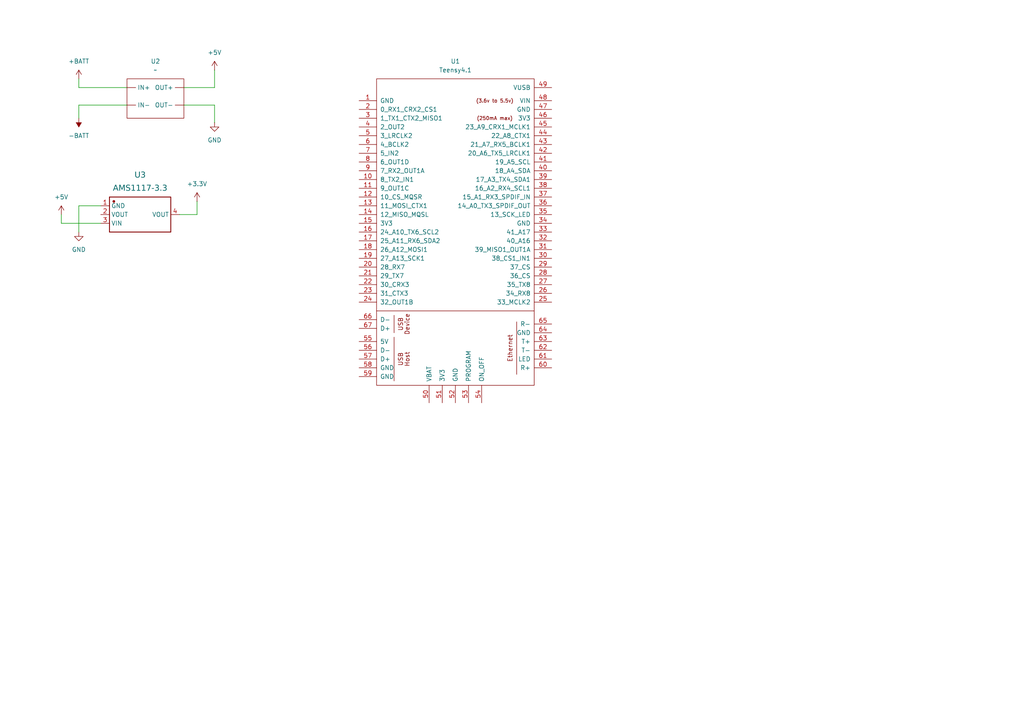
<source format=kicad_sch>
(kicad_sch (version 20250114) (generator "eeschema") (generator_version "9.0")
  (paper "A4")
  (lib_symbols
    (symbol "AMS1117-3.3:AMS1117-3.3"
      (property "Reference" "U" (at -1.4986 9.8171 0))
      (property "Value" "AMS1117-3.3" (at -1.4986 7.5311 0))
      (symbol "AMS1117-3.3_0_0"
        (rectangle (start -8.89 5.08) (end 8.89 -5.08) (stroke (width 0.254)))
        (circle (center -7.62 3.81) (radius 0.254) (stroke (width 0.254)) (fill (type outline)))
      )
      (symbol "AMS1117-3.3_1_0"
        (pin power_in line (at -11.43 2.54 0) (length 2.54) (name "GND") (number "1"))
        (pin power_out line (at -11.43 0 0) (length 2.54) (name "VOUT") (number "2"))
        (pin power_in line (at -11.43 -2.54 0) (length 2.54) (name "VIN") (number "3"))
        (pin power_out line (at 11.43 0 180) (length 2.54) (name "VOUT") (number "4"))
      )
    )
    (symbol "DFR1015:DFR1015"
      (property "Reference" "U" (at 0 0 0))
      (symbol "DFR1015_0_1"
        (rectangle (start 1.27 0) (end 17.78 11.43))
      )
      (symbol "DFR1015_1_1"
        (pin input line (at 1.27 8.89 0) (length 2.54) (name "IN+") (number ""))
        (pin input line (at 1.27 3.81 0) (length 2.54) (name "IN-") (number ""))
        (pin input line (at 17.78 8.89 180) (length 2.54) (name "OUT+") (number ""))
        (pin input line (at 17.78 3.81 180) (length 2.54) (name "OUT-") (number ""))
      )
    )
    (symbol "Teensy:Teensy4.1" (pin_names (offset 1.016))
      (property "Reference" "U" (at 0 64.77 0))
      (property "Value" "Teensy4.1" (at 0 62.23 0))
      (symbol "Teensy4.1_0_0"
        (polyline (pts (xy -22.86 -6.35) (xy 22.86 -6.35)))
        (polyline (pts (xy -17.78 -7.62) (xy -17.78 -12.7)))
        (polyline (pts (xy -17.78 -26.67) (xy -17.78 -13.97)))
        (polyline (pts (xy 17.78 -9.525) (xy 17.78 -24.765)))
        (text "USB" (at -15.875 -10.16 900) (effects (font (size 1.27 1.27))))
        (text "USB" (at -15.875 -20.32 900) (effects (font (size 1.27 1.27))))
        (text "Device" (at -13.97 -10.16 900) (effects (font (size 1.27 1.27))))
        (text "Host" (at -13.97 -20.32 900) (effects (font (size 1.27 1.27))))
        (text "(3.6v to 5.5v)" (at 11.43 54.61 0) (effects (font (size 1.016 1.016))))
        (text "(250mA max)" (at 11.43 49.53 0) (effects (font (size 1.016 1.016))))
        (text "Ethernet" (at 15.875 -17.145 900) (effects (font (size 1.27 1.27))))
        (pin bidirectional line (at -27.94 44.45 0) (length 5.08) (name "3_LRCLK2") (number "5"))
        (pin bidirectional line (at -27.94 41.91 0) (length 5.08) (name "4_BCLK2") (number "6"))
        (pin bidirectional line (at -27.94 39.37 0) (length 5.08) (name "5_IN2") (number "7"))
        (pin bidirectional line (at -27.94 36.83 0) (length 5.08) (name "6_OUT1D") (number "8"))
        (pin bidirectional line (at -27.94 34.29 0) (length 5.08) (name "7_RX2_OUT1A") (number "9"))
        (pin bidirectional line (at -27.94 31.75 0) (length 5.08) (name "8_TX2_IN1") (number "10"))
        (pin bidirectional line (at -27.94 29.21 0) (length 5.08) (name "9_OUT1C") (number "11"))
        (pin bidirectional line (at -27.94 26.67 0) (length 5.08) (name "10_CS_MQSR") (number "12"))
        (pin bidirectional line (at -27.94 24.13 0) (length 5.08) (name "11_MOSI_CTX1") (number "13"))
        (pin bidirectional line (at -27.94 21.59 0) (length 5.08) (name "12_MISO_MQSL") (number "14"))
        (pin power_in line (at -27.94 19.05 0) (length 5.08) (name "3V3") (number "15"))
        (pin bidirectional line (at -27.94 16.51 0) (length 5.08) (name "24_A10_TX6_SCL2") (number "16"))
        (pin bidirectional line (at -27.94 13.97 0) (length 5.08) (name "25_A11_RX6_SDA2") (number "17"))
        (pin bidirectional line (at -27.94 11.43 0) (length 5.08) (name "26_A12_MOSI1") (number "18"))
        (pin bidirectional line (at -27.94 8.89 0) (length 5.08) (name "27_A13_SCK1") (number "19"))
        (pin bidirectional line (at -27.94 6.35 0) (length 5.08) (name "28_RX7") (number "20"))
        (pin bidirectional line (at -27.94 3.81 0) (length 5.08) (name "29_TX7") (number "21"))
        (pin bidirectional line (at -27.94 1.27 0) (length 5.08) (name "30_CRX3") (number "22"))
        (pin bidirectional line (at -27.94 -1.27 0) (length 5.08) (name "31_CTX3") (number "23"))
        (pin bidirectional line (at -27.94 -3.81 0) (length 5.08) (name "32_OUT1B") (number "24"))
        (pin bidirectional line (at -27.94 -8.89 0) (length 5.08) (name "D-") (number "66"))
        (pin bidirectional line (at -27.94 -11.43 0) (length 5.08) (name "D+") (number "67"))
        (pin power_out line (at -27.94 -15.24 0) (length 5.08) (name "5V") (number "55"))
        (pin bidirectional line (at -27.94 -17.78 0) (length 5.08) (name "D-") (number "56"))
        (pin bidirectional line (at -27.94 -20.32 0) (length 5.08) (name "D+") (number "57"))
        (pin power_in line (at -27.94 -22.86 0) (length 5.08) (name "GND") (number "58"))
        (pin power_in line (at -27.94 -25.4 0) (length 5.08) (name "GND") (number "59"))
        (pin power_in line (at -7.62 -33.02 90) (length 5.08) (name "VBAT") (number "50"))
        (pin power_in line (at -3.81 -33.02 90) (length 5.08) (name "3V3") (number "51"))
        (pin input line (at 0 -33.02 90) (length 5.08) (name "GND") (number "52"))
        (pin input line (at 3.81 -33.02 90) (length 5.08) (name "PROGRAM") (number "53"))
        (pin input line (at 7.62 -33.02 90) (length 5.08) (name "ON_OFF") (number "54"))
        (pin power_out line (at 27.94 58.42 180) (length 5.08) (name "VUSB") (number "49"))
        (pin power_in line (at 27.94 54.61 180) (length 5.08) (name "VIN") (number "48"))
        (pin output line (at 27.94 52.07 180) (length 5.08) (name "GND") (number "47"))
        (pin output line (at 27.94 49.53 180) (length 5.08) (name "3V3") (number "46"))
        (pin bidirectional line (at 27.94 46.99 180) (length 5.08) (name "23_A9_CRX1_MCLK1") (number "45"))
        (pin bidirectional line (at 27.94 44.45 180) (length 5.08) (name "22_A8_CTX1") (number "44"))
        (pin bidirectional line (at 27.94 41.91 180) (length 5.08) (name "21_A7_RX5_BCLK1") (number "43"))
        (pin bidirectional line (at 27.94 39.37 180) (length 5.08) (name "20_A6_TX5_LRCLK1") (number "42"))
        (pin bidirectional line (at 27.94 36.83 180) (length 5.08) (name "19_A5_SCL") (number "41"))
        (pin bidirectional line (at 27.94 34.29 180) (length 5.08) (name "18_A4_SDA") (number "40"))
        (pin bidirectional line (at 27.94 31.75 180) (length 5.08) (name "17_A3_TX4_SDA1") (number "39"))
        (pin bidirectional line (at 27.94 29.21 180) (length 5.08) (name "16_A2_RX4_SCL1") (number "38"))
        (pin bidirectional line (at 27.94 26.67 180) (length 5.08) (name "15_A1_RX3_SPDIF_IN") (number "37"))
        (pin bidirectional line (at 27.94 24.13 180) (length 5.08) (name "14_A0_TX3_SPDIF_OUT") (number "36"))
        (pin bidirectional line (at 27.94 21.59 180) (length 5.08) (name "13_SCK_LED") (number "35"))
        (pin bidirectional line (at 27.94 16.51 180) (length 5.08) (name "41_A17") (number "33"))
        (pin bidirectional line (at 27.94 13.97 180) (length 5.08) (name "40_A16") (number "32"))
        (pin bidirectional line (at 27.94 11.43 180) (length 5.08) (name "39_MISO1_OUT1A") (number "31"))
        (pin bidirectional line (at 27.94 8.89 180) (length 5.08) (name "38_CS1_IN1") (number "30"))
        (pin bidirectional line (at 27.94 6.35 180) (length 5.08) (name "37_CS") (number "29"))
        (pin bidirectional line (at 27.94 3.81 180) (length 5.08) (name "36_CS") (number "28"))
        (pin bidirectional line (at 27.94 1.27 180) (length 5.08) (name "35_TX8") (number "27"))
        (pin bidirectional line (at 27.94 -1.27 180) (length 5.08) (name "34_RX8") (number "26"))
        (pin bidirectional line (at 27.94 -3.81 180) (length 5.08) (name "33_MCLK2") (number "25"))
        (pin bidirectional line (at 27.94 -10.16 180) (length 5.08) (name "R-") (number "65"))
        (pin power_in line (at 27.94 -12.7 180) (length 5.08) (name "GND") (number "64"))
        (pin bidirectional line (at 27.94 -15.24 180) (length 5.08) (name "T+") (number "63"))
        (pin bidirectional line (at 27.94 -17.78 180) (length 5.08) (name "T-") (number "62"))
        (pin bidirectional line (at 27.94 -20.32 180) (length 5.08) (name "LED") (number "61"))
        (pin bidirectional line (at 27.94 -22.86 180) (length 5.08) (name "R+") (number "60"))
      )
      (symbol "Teensy4.1_0_1"
        (rectangle (start -22.86 60.96) (end 22.86 -27.94))
        (rectangle (start -20.32 -1.27) (end -20.32 -1.27))
      )
      (symbol "Teensy4.1_1_1"
        (pin power_in line (at -27.94 54.61 0) (length 5.08) (name "GND") (number "1"))
        (pin bidirectional line (at -27.94 52.07 0) (length 5.08) (name "0_RX1_CRX2_CS1") (number "2"))
        (pin bidirectional line (at -27.94 49.53 0) (length 5.08) (name "1_TX1_CTX2_MISO1") (number "3"))
        (pin bidirectional line (at -27.94 46.99 0) (length 5.08) (name "2_OUT2") (number "4"))
        (pin power_in line (at 27.94 19.05 180) (length 5.08) (name "GND") (number "34"))
      )
    )
    (symbol "power:+3.3V" (power) (pin_numbers (hide yes)) (pin_names (offset 0) (hide yes))
      (property "Value" "+3.3V" (at 0 3.556 0))
      (symbol "+3.3V_0_1"
        (polyline (pts (xy -0.762 1.27) (xy 0 2.54)))
        (polyline (pts (xy 0 2.54) (xy 0.762 1.27)))
        (polyline (pts (xy 0 0) (xy 0 2.54)))
      )
      (symbol "+3.3V_1_1"
        (pin power_in line (at 0 0 90) (length 0) (name "~") (number "1"))
      )
    )
    (symbol "power:+5V" (power) (pin_numbers (hide yes)) (pin_names (offset 0) (hide yes))
      (property "Value" "+5V" (at 0 3.556 0))
      (symbol "+5V_0_1"
        (polyline (pts (xy -0.762 1.27) (xy 0 2.54)))
        (polyline (pts (xy 0 2.54) (xy 0.762 1.27)))
        (polyline (pts (xy 0 0) (xy 0 2.54)))
      )
      (symbol "+5V_1_1"
        (pin power_in line (at 0 0 90) (length 0) (name "~") (number "1"))
      )
    )
    (symbol "power:+BATT" (power) (pin_numbers (hide yes)) (pin_names (offset 0) (hide yes))
      (property "Value" "+BATT" (at 0 3.556 0))
      (symbol "+BATT_0_1"
        (polyline (pts (xy -0.762 1.27) (xy 0 2.54)))
        (polyline (pts (xy 0 2.54) (xy 0.762 1.27)))
        (polyline (pts (xy 0 0) (xy 0 2.54)))
      )
      (symbol "+BATT_1_1"
        (pin power_in line (at 0 0 90) (length 0) (name "~") (number "1"))
      )
    )
    (symbol "power:-BATT" (power) (pin_numbers (hide yes)) (pin_names (offset 0) (hide yes))
      (property "Value" "-BATT" (at 0 3.556 0))
      (symbol "-BATT_0_1"
        (polyline (pts (xy 0 0) (xy 0 2.54)))
        (polyline (pts (xy 0.762 1.27) (xy -0.762 1.27) (xy 0 2.54) (xy 0.762 1.27)) (fill (type outline)))
      )
      (symbol "-BATT_1_1"
        (pin power_in line (at 0 0 90) (length 0) (name "~") (number "1"))
      )
    )
    (symbol "power:GND" (power) (pin_numbers (hide yes)) (pin_names (offset 0) (hide yes))
      (property "Value" "GND" (at 0 -3.81 0))
      (symbol "GND_0_1"
        (polyline (pts (xy 0 0) (xy 0 -1.27) (xy 1.27 -1.27) (xy 0 -2.54) (xy -1.27 -1.27) (xy 0 -1.27)))
      )
      (symbol "GND_1_1"
        (pin power_in line (at 0 0 270) (length 0) (name "~") (number "1"))
      )
    )
  )
  (wire (pts (xy 57.15 58.42) (xy 57.15 62.23)))
  (wire (pts (xy 22.86 30.48) (xy 36.83 30.48)))
  (wire (pts (xy 62.23 25.4) (xy 53.34 25.4)))
  (wire (pts (xy 62.23 20.32) (xy 62.23 25.4)))
  (wire (pts (xy 22.86 34.29) (xy 22.86 30.48)))
  (wire (pts (xy 22.86 59.69) (xy 29.21 59.69)))
  (wire (pts (xy 17.78 62.23) (xy 17.78 64.77)))
  (wire (pts (xy 62.23 30.48) (xy 53.34 30.48)))
  (wire (pts (xy 17.78 64.77) (xy 29.21 64.77)))
  (wire (pts (xy 62.23 35.56) (xy 62.23 30.48)))
  (wire (pts (xy 22.86 67.31) (xy 22.86 59.69)))
  (wire (pts (xy 57.15 62.23) (xy 52.07 62.23)))
  (wire (pts (xy 22.86 25.4) (xy 36.83 25.4)))
  (wire (pts (xy 22.86 22.86) (xy 22.86 25.4)))
  (symbol (lib_id "AMS1117-3.3:AMS1117-3.3") (at 40.64 62.23 0) (unit 1)
    (property "Reference" "U3" (at 40.64 50.8 0) (effects (font (size 1.6891 1.6891))))
    (property "Value" "AMS1117-3.3" (at 40.64 54.61 0) (effects (font (size 1.6891 1.6891))))
    (property "Manufacturer Part" "AMS1117-3.3" (effects (hide yes)))
    (property "Manufacturer" "AMS" (effects (hide yes)))
    (property "Supplier Part" "C6186" (effects (hide yes)))
    (property "Supplier" "LCSC" (effects (hide yes)))
  )
  (symbol (lib_id "power:GND") (at 62.23 35.56 0) (unit 1)
    (property "Reference" "#PWR04" (effects (hide yes)))
    (property "Value" "GND" (at 62.23 40.64 0))
    (property "Description" "Power symbol creates a global label with name \"GND\" , ground" (effects (hide yes)))
  )
  (symbol (lib_id "power:+BATT") (at 22.86 22.86 0) (unit 1)
    (property "Reference" "#PWR01" (effects (hide yes)))
    (property "Value" "+BATT" (at 22.86 17.78 0))
    (property "Description" "Power symbol creates a global label with name \"+BATT\"" (effects (hide yes)))
  )
  (symbol (lib_id "power:+3.3V") (at 57.15 58.42 0) (unit 1)
    (property "Reference" "#PWR07" (effects (hide yes)))
    (property "Value" "+3.3V" (at 57.15 53.34 0))
    (property "Description" "Power symbol creates a global label with name \"+3.3V\"" (effects (hide yes)))
  )
  (symbol (lib_id "DFR1015:DFR1015") (at 35.56 34.29 0) (unit 1)
    (property "Reference" "U2" (at 45.085 17.78 0))
    (property "Value" "~" (at 45.085 20.32 0))
  )
  (symbol (lib_id "power:-BATT") (at 22.86 34.29 180) (unit 1)
    (property "Reference" "#PWR02" (effects (hide yes)))
    (property "Value" "-BATT" (at 22.86 39.37 0))
    (property "Description" "Power symbol creates a global label with name \"-BATT\"" (effects (hide yes)))
  )
  (symbol (lib_id "power:+5V") (at 62.23 20.32 0) (unit 1)
    (property "Reference" "#PWR03" (effects (hide yes)))
    (property "Value" "+5V" (at 62.23 15.24 0))
    (property "Description" "Power symbol creates a global label with name \"+5V\"" (effects (hide yes)))
  )
  (symbol (lib_id "power:+5V") (at 17.78 62.23 0) (unit 1)
    (property "Reference" "#PWR05" (effects (hide yes)))
    (property "Value" "+5V" (at 17.78 57.15 0))
    (property "Description" "Power symbol creates a global label with name \"+5V\"" (effects (hide yes)))
  )
  (symbol (lib_id "power:GND") (at 22.86 67.31 0) (unit 1)
    (property "Reference" "#PWR06" (effects (hide yes)))
    (property "Value" "GND" (at 22.86 72.39 0))
    (property "Description" "Power symbol creates a global label with name \"GND\" , ground" (effects (hide yes)))
  )
  (symbol (lib_id "Teensy:Teensy4.1") (at 132.08 83.82 0) (unit 1)
    (property "Reference" "U1" (at 132.08 17.78 0))
    (property "Value" "Teensy4.1" (at 132.08 20.32 0))
  )
)
</source>
